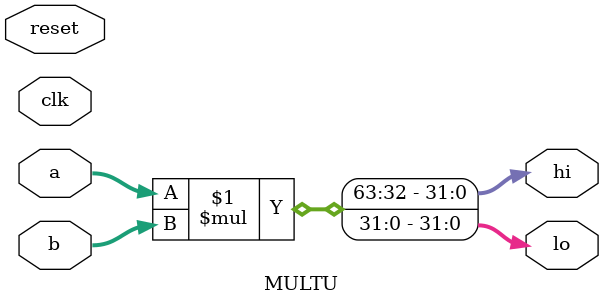
<source format=v>
`timescale 1ns / 1ps
module MULTU(
    input clk, 
    input reset,
    input [31:0] a,
    input [31:0] b,
    output [31:0] hi,
    output [31:0] lo
);

    assign {hi, lo} = a*b;
    
endmodule

// reg [63:0] temp;
// wire [63:0] stored0;
// wire [63:0] stored1;
// wire [63:0] stored2;
// wire [63:0] stored3;
// wire [63:0] stored4;
// wire [63:0] stored5;
// wire [63:0] stored6;
// wire [63:0] stored7;
// wire [63:0] stored8;
// wire [63:0] stored9;
// wire [63:0] stored10;
// wire [63:0] stored11;
// wire [63:0] stored12;
// wire [63:0] stored13;
// wire [63:0] stored14;
// wire [63:0] stored15;
// wire [63:0] stored16;
// wire [63:0] stored17;
// wire [63:0] stored18;
// wire [63:0] stored19;
// wire [63:0] stored20;
// wire [63:0] stored21;
// wire [63:0] stored22;
// wire [63:0] stored23;
// wire [63:0] stored24;
// wire [63:0] stored25;
// wire [63:0] stored26;
// wire [63:0] stored27;
// wire [63:0] stored28;
// wire [63:0] stored29;
// wire [63:0] stored30;
// wire [63:0] stored31;

// wire [63:0] add0_1;
// wire [63:0] add2_3;
// wire [63:0] add4_5;
// wire [63:0] add6_7;  
// wire [63:0] add8_9;  
// wire [63:0] add10_11;
// wire [63:0] add12_13;
// wire [63:0] add14_15;
// wire [63:0] add16_17;
// wire [63:0] add18_19;
// wire [63:0] add20_21;
// wire [63:0] add22_23;
// wire [63:0] add24_25;
// wire [63:0] add26_27;
// wire [63:0] add28_29;
// wire [63:0] add30_31;

// wire [63:0] add0t1_2t3;
// wire [63:0] add4t5_6t7;
// wire [63:0] add8t9_10t11;
// wire [63:0] add12t13_14t15;
// wire [63:0] add16t17_18t19;
// wire [63:0] add20t21_22t23;
// wire [63:0] add24t25_26t27;
// wire [63:0] add28t29_30t31;

// wire [63:0] add0t3_4t7;
// wire [63:0] add8t11_12t15;
// wire [63:0] add16t19_20t23;
// wire [63:0] add24t27_28t31;

// wire [63:0] add0t7_8t15;
// wire [63:0] add16t23_24t31;

// assign stored0 = b[0] && (!reset) ? {32'b0, a} : 64'b0;
// assign stored1 = b[1] && (!reset) ? {31'b0, a, 1'b0} : 64'b0;
// assign stored2 = b[2] && (!reset) ? {30'b0, a, 2'b0} : 64'b0;
// assign stored3 = b[3] && (!reset) ? {29'b0, a, 3'b0} : 64'b0;
// assign stored4 = b[4] && (!reset) ? {28'b0, a, 4'b0} : 64'b0;
// assign stored5 = b[5] && (!reset) ? {27'b0, a, 5'b0} : 64'b0;
// assign stored6 = b[6] && (!reset) ? {26'b0, a, 6'b0} : 64'b0;
// assign stored7 = b[7] && (!reset) ? {25'b0, a, 7'b0} : 64'b0;
// assign stored8 = b[8] && (!reset) ? {24'b0, a, 8'b0} : 64'b0;
// assign stored9 = b[9] && (!reset) ? {23'b0, a, 9'b0} : 64'b0;
// assign stored10 = b[10] && (!reset) ? {22'b0, a, 10'b0} : 64'b0;
// assign stored11 = b[11] && (!reset) ? {21'b0, a, 11'b0} : 64'b0;
// assign stored12 = b[12] && (!reset) ? {20'b0, a, 12'b0} : 64'b0;
// assign stored13 = b[13] && (!reset) ? {19'b0, a, 13'b0} : 64'b0;
// assign stored14 = b[14] && (!reset) ? {18'b0, a, 14'b0} : 64'b0;
// assign stored15 = b[15] && (!reset) ? {17'b0, a, 15'b0} : 64'b0;
// assign stored16 = b[16] && (!reset) ? {16'b0, a, 16'b0} : 64'b0;
// assign stored17 = b[17] && (!reset) ? {15'b0, a, 17'b0} : 64'b0;
// assign stored18 = b[18] && (!reset) ? {14'b0, a, 18'b0} : 64'b0;
// assign stored19 = b[19] && (!reset) ? {13'b0, a, 19'b0} : 64'b0;
// assign stored20 = b[20] && (!reset) ? {12'b0, a, 20'b0} : 64'b0;
// assign stored21 = b[21] && (!reset) ? {11'b0, a, 21'b0} : 64'b0;
// assign stored22 = b[22] && (!reset) ? {10'b0, a, 22'b0} : 64'b0;
// assign stored23 = b[23] && (!reset) ? {9'b0, a, 23'b0} : 64'b0;
// assign stored24 = b[24] && (!reset) ? {8'b0, a, 24'b0} : 64'b0;
// assign stored25 = b[25] && (!reset) ? {7'b0, a, 25'b0} : 64'b0;
// assign stored26 = b[26] && (!reset) ? {6'b0, a, 26'b0} : 64'b0;
// assign stored27 = b[27] && (!reset) ? {5'b0, a, 27'b0} : 64'b0;
// assign stored28 = b[28] && (!reset) ? {4'b0, a, 28'b0} : 64'b0;
// assign stored29 = b[29] && (!reset) ? {3'b0, a, 29'b0} : 64'b0;
// assign stored30 = b[30] && (!reset) ? {2'b0, a, 30'b0} : 64'b0;
// assign stored31 = b[31] && (!reset) ? {1'b0, a, 31'b0} : 64'b0;

// assign add0_1 = stored0 + stored1;
// assign add2_3 = stored2 + stored3;
// assign add4_5 = stored4 + stored5;
// assign add6_7 = stored6 + stored7;
// assign add8_9 = stored8 + stored9;
// assign add10_11 = stored10 + stored11;
// assign add12_13 = stored12 + stored13;
// assign add14_15 = stored14 + stored15;
// assign add16_17 = stored16 + stored17;
// assign add18_19 = stored18 + stored19;
// assign add20_21 = stored20 + stored21;
// assign add22_23 = stored22 + stored23;
// assign add24_25 = stored24 + stored25;
// assign add26_27 = stored26 + stored27;
// assign add28_29 = stored28 + stored29;
// assign add30_31 = stored30 + stored31;

// assign add0t1_2t3 = add0_1 + add2_3;
// assign add4t5_6t7 = add4_5 + add6_7;
// assign add8t9_10t11 = add8_9 + add10_11;
// assign add12t13_14t15 = add12_13 + add14_15;
// assign add16t17_18t19 = add16_17 + add18_19;
// assign add20t21_22t23 = add20_21 + add22_23;
// assign add24t25_26t27 = add24_25 + add26_27;
// assign add28t29_30t31 = add28_29 + add30_31;

// assign add0t3_4t7 = add0t1_2t3 + add4t5_6t7;
// assign add8t11_12t15 = add8t9_10t11 + add12t13_14t15;
// assign add16t19_20t23 = add16t17_18t19 + add20t21_22t23;
// assign add24t27_28t31 = add24t25_26t27 + add28t29_30t31;

// assign add0t7_8t15 = add0t3_4t7 + add8t11_12t15;
// assign add16t23_24t31 = add16t19_20t23 + add24t27_28t31;

// always @(posedge clk or negedge reset)
// if(reset)
//     temp <= 0;
// else
//     temp <= add0t7_8t15 + add16t23_24t31;

// assign z = temp;

</source>
